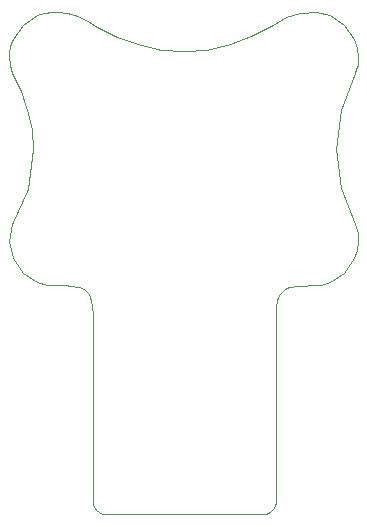
<source format=gm1>
G04 #@! TF.GenerationSoftware,KiCad,Pcbnew,(5.0.0)*
G04 #@! TF.CreationDate,2020-06-17T11:17:21-06:00*
G04 #@! TF.ProjectId,pogoprogB,706F676F70726F67422E6B696361645F,rev?*
G04 #@! TF.SameCoordinates,Original*
G04 #@! TF.FileFunction,Profile,NP*
%FSLAX46Y46*%
G04 Gerber Fmt 4.6, Leading zero omitted, Abs format (unit mm)*
G04 Created by KiCad (PCBNEW (5.0.0)) date 06/17/20 11:17:21*
%MOMM*%
%LPD*%
G01*
G04 APERTURE LIST*
%ADD10C,0.010000*%
G04 APERTURE END LIST*
D10*
X153836428Y-156063017D02*
X153846194Y-156398343D01*
X153846194Y-156398343D02*
X153886075Y-156640125D01*
X153886075Y-156640125D02*
X153999333Y-156929789D01*
X153999333Y-156929789D02*
X154162719Y-157141373D01*
X154162719Y-157141373D02*
X154373620Y-157291927D01*
X154373620Y-157291927D02*
X154672031Y-157406495D01*
X154672031Y-157406495D02*
X154922047Y-157453306D01*
X154922047Y-157453306D02*
X155247539Y-157474128D01*
X155247539Y-157474128D02*
X167947539Y-157474128D01*
X169358650Y-156063017D02*
X169359738Y-156220122D01*
X169359738Y-156220122D02*
X169353730Y-156353601D01*
X169353730Y-156353601D02*
X169336326Y-156509002D01*
X169336326Y-156509002D02*
X169310348Y-156640589D01*
X169310348Y-156640589D02*
X169197275Y-156930295D01*
X169197275Y-156930295D02*
X169033498Y-157142051D01*
X169033498Y-157142051D02*
X168822454Y-157292273D01*
X168822454Y-157292273D02*
X168523477Y-157406679D01*
X168523477Y-157406679D02*
X168273268Y-157453360D01*
X168273268Y-157453360D02*
X167947539Y-157474128D01*
X155247539Y-157474128D02*
X155247539Y-157474128D01*
X153836428Y-140540795D02*
X153836428Y-156063017D01*
X172388213Y-138091191D02*
X171672169Y-138099783D01*
X171672169Y-138099783D02*
X171215235Y-138128941D01*
X171215235Y-138128941D02*
X170501678Y-138258265D01*
X170501678Y-138258265D02*
X170092273Y-138431646D01*
X170092273Y-138431646D02*
X169857164Y-138611247D01*
X169857164Y-138611247D02*
X169674208Y-138834436D01*
X169674208Y-138834436D02*
X169554524Y-139066400D01*
X169554524Y-139066400D02*
X169456030Y-139375413D01*
X169456030Y-139375413D02*
X169384320Y-139823977D01*
X169384320Y-139823977D02*
X169358650Y-140541899D01*
X147011321Y-120111505D02*
X146801185Y-119406583D01*
X146801185Y-119406583D02*
X146741046Y-118670914D01*
X146741046Y-118670914D02*
X146767707Y-118305435D01*
X146767707Y-118305435D02*
X146831681Y-117939659D01*
X146831681Y-117939659D02*
X146930089Y-117586235D01*
X146930089Y-117586235D02*
X147063553Y-117240311D01*
X147063553Y-117240311D02*
X147905961Y-116025647D01*
X147905961Y-116025647D02*
X149121739Y-115227116D01*
X149121739Y-115227116D02*
X149725665Y-115036001D01*
X149725665Y-115036001D02*
X150378599Y-114939420D01*
X150378599Y-114939420D02*
X151005113Y-114940057D01*
X151005113Y-114940057D02*
X151666153Y-115030626D01*
X151666153Y-115030626D02*
X151977200Y-115103968D01*
X151977200Y-115103968D02*
X152290961Y-115197856D01*
X152290961Y-115197856D02*
X152592853Y-115307396D01*
X152592853Y-115307396D02*
X152892545Y-115435461D01*
X152892545Y-115435461D02*
X153467325Y-115739087D01*
X153467325Y-115739087D02*
X154000000Y-116100000D01*
X176054635Y-120111505D02*
X176178687Y-119762941D01*
X176178687Y-119762941D02*
X176265283Y-119405265D01*
X176265283Y-119405265D02*
X176314043Y-119041127D01*
X176314043Y-119041127D02*
X176324911Y-118670914D01*
X176324911Y-118670914D02*
X176236320Y-117948520D01*
X176236320Y-117948520D02*
X176002404Y-117240311D01*
X176002404Y-117240311D02*
X175159997Y-116025647D01*
X175159997Y-116025647D02*
X173944219Y-115227116D01*
X173944219Y-115227116D02*
X172781494Y-114946769D01*
X172781494Y-114946769D02*
X171433745Y-115012579D01*
X171433745Y-115012579D02*
X170224473Y-115375482D01*
X170224473Y-115375482D02*
X169100000Y-116000000D01*
X147011321Y-132912543D02*
X146742219Y-134327915D01*
X146742219Y-134327915D02*
X147063558Y-135783735D01*
X147063558Y-135783735D02*
X147905967Y-136998397D01*
X147905967Y-136998397D02*
X149121745Y-137796926D01*
X149121745Y-137796926D02*
X149948008Y-138033848D01*
X149948008Y-138033848D02*
X150813159Y-138088233D01*
X176054643Y-132912560D02*
X176264775Y-133617483D01*
X176264775Y-133617483D02*
X176324910Y-134353153D01*
X176324910Y-134353153D02*
X176236313Y-135075546D01*
X176236313Y-135075546D02*
X176002392Y-135783753D01*
X176002392Y-135783753D02*
X175159976Y-136998412D01*
X175159976Y-136998412D02*
X173944194Y-137796935D01*
X173944194Y-137796935D02*
X173184044Y-138021639D01*
X173184044Y-138021639D02*
X172388213Y-138091191D01*
X147011321Y-120111505D02*
X147777006Y-121665260D01*
X147777006Y-121665260D02*
X148320827Y-123205167D01*
X148320827Y-123205167D02*
X148679633Y-124871051D01*
X148679633Y-124871051D02*
X148808123Y-126524871D01*
X148808123Y-126524871D02*
X148356858Y-129912226D01*
X148356858Y-129912226D02*
X147011321Y-132912543D01*
X150813159Y-138088233D02*
X151513079Y-138078938D01*
X151513079Y-138078938D02*
X151983130Y-138104183D01*
X151983130Y-138104183D02*
X152674125Y-138236320D01*
X152674125Y-138236320D02*
X153095106Y-138429018D01*
X153095106Y-138429018D02*
X153321373Y-138612746D01*
X153321373Y-138612746D02*
X153503455Y-138840904D01*
X153503455Y-138840904D02*
X153625651Y-139075679D01*
X153625651Y-139075679D02*
X153726887Y-139378691D01*
X153726887Y-139378691D02*
X153807631Y-139841982D01*
X153807631Y-139841982D02*
X153836428Y-140540795D01*
X176054635Y-120111505D02*
X174831869Y-123259382D01*
X174831869Y-123259382D02*
X174434377Y-126512021D01*
X174434377Y-126512021D02*
X174853097Y-129808773D01*
X174853097Y-129808773D02*
X176054643Y-132912560D01*
X154000000Y-116100000D02*
X155866474Y-117030379D01*
X155866474Y-117030379D02*
X157649271Y-117677491D01*
X157649271Y-117677491D02*
X159642764Y-118120146D01*
X159642764Y-118120146D02*
X161574755Y-118265359D01*
X161574755Y-118265359D02*
X163537304Y-118118358D01*
X163537304Y-118118358D02*
X165496441Y-117668979D01*
X165496441Y-117668979D02*
X167278016Y-116984350D01*
X167278016Y-116984350D02*
X169100000Y-116000000D01*
X169358650Y-156063017D02*
X169358650Y-140541899D01*
M02*

</source>
